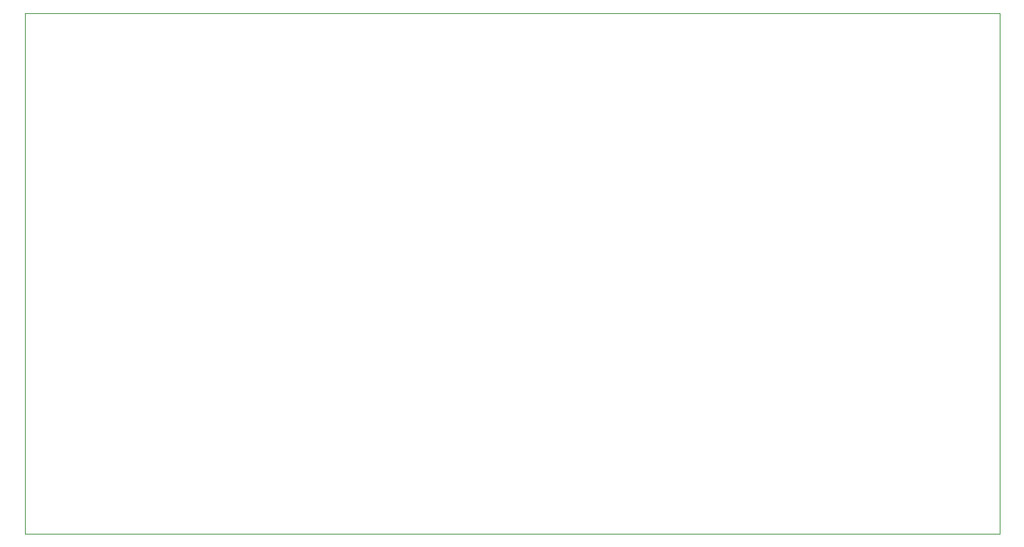
<source format=gm1>
G04 #@! TF.FileFunction,Profile,NP*
%FSLAX46Y46*%
G04 Gerber Fmt 4.6, Leading zero omitted, Abs format (unit mm)*
G04 Created by KiCad (PCBNEW (2015-08-16 BZR 6097, Git b384c94)-product) date 30.08.2015 23:23:13*
%MOMM*%
G01*
G04 APERTURE LIST*
%ADD10C,0.100000*%
G04 APERTURE END LIST*
D10*
X75000000Y-121000000D02*
X75000000Y-61000000D01*
X187250000Y-121000000D02*
X75000000Y-121000000D01*
X187250000Y-61000000D02*
X187250000Y-121000000D01*
X75000000Y-61000000D02*
X187250000Y-61000000D01*
M02*

</source>
